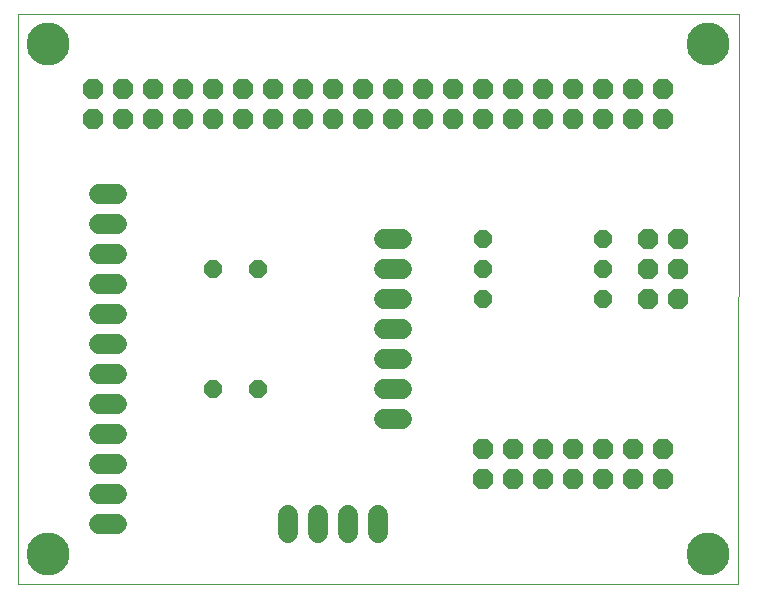
<source format=gbs>
G75*
%MOIN*%
%OFA0B0*%
%FSLAX25Y25*%
%IPPOS*%
%LPD*%
%AMOC8*
5,1,8,0,0,1.08239X$1,22.5*
%
%ADD10C,0.00000*%
%ADD11C,0.14300*%
%ADD12OC8,0.06800*%
%ADD13C,0.06800*%
%ADD14OC8,0.06000*%
D10*
X0001000Y0001000D02*
X0001000Y0190961D01*
X0241472Y0190961D01*
X0241000Y0001000D01*
X0001000Y0001000D01*
X0004250Y0011000D02*
X0004252Y0011166D01*
X0004258Y0011331D01*
X0004268Y0011497D01*
X0004283Y0011662D01*
X0004301Y0011826D01*
X0004323Y0011990D01*
X0004349Y0012154D01*
X0004380Y0012317D01*
X0004414Y0012479D01*
X0004452Y0012640D01*
X0004495Y0012800D01*
X0004541Y0012959D01*
X0004591Y0013117D01*
X0004645Y0013274D01*
X0004702Y0013429D01*
X0004764Y0013583D01*
X0004829Y0013735D01*
X0004898Y0013886D01*
X0004971Y0014035D01*
X0005047Y0014182D01*
X0005127Y0014327D01*
X0005210Y0014470D01*
X0005297Y0014611D01*
X0005388Y0014750D01*
X0005481Y0014887D01*
X0005578Y0015021D01*
X0005679Y0015153D01*
X0005782Y0015282D01*
X0005889Y0015409D01*
X0005999Y0015533D01*
X0006111Y0015654D01*
X0006227Y0015773D01*
X0006346Y0015889D01*
X0006467Y0016001D01*
X0006591Y0016111D01*
X0006718Y0016218D01*
X0006847Y0016321D01*
X0006979Y0016422D01*
X0007113Y0016519D01*
X0007250Y0016612D01*
X0007389Y0016703D01*
X0007530Y0016790D01*
X0007673Y0016873D01*
X0007818Y0016953D01*
X0007965Y0017029D01*
X0008114Y0017102D01*
X0008265Y0017171D01*
X0008417Y0017236D01*
X0008571Y0017298D01*
X0008726Y0017355D01*
X0008883Y0017409D01*
X0009041Y0017459D01*
X0009200Y0017505D01*
X0009360Y0017548D01*
X0009521Y0017586D01*
X0009683Y0017620D01*
X0009846Y0017651D01*
X0010010Y0017677D01*
X0010174Y0017699D01*
X0010338Y0017717D01*
X0010503Y0017732D01*
X0010669Y0017742D01*
X0010834Y0017748D01*
X0011000Y0017750D01*
X0011166Y0017748D01*
X0011331Y0017742D01*
X0011497Y0017732D01*
X0011662Y0017717D01*
X0011826Y0017699D01*
X0011990Y0017677D01*
X0012154Y0017651D01*
X0012317Y0017620D01*
X0012479Y0017586D01*
X0012640Y0017548D01*
X0012800Y0017505D01*
X0012959Y0017459D01*
X0013117Y0017409D01*
X0013274Y0017355D01*
X0013429Y0017298D01*
X0013583Y0017236D01*
X0013735Y0017171D01*
X0013886Y0017102D01*
X0014035Y0017029D01*
X0014182Y0016953D01*
X0014327Y0016873D01*
X0014470Y0016790D01*
X0014611Y0016703D01*
X0014750Y0016612D01*
X0014887Y0016519D01*
X0015021Y0016422D01*
X0015153Y0016321D01*
X0015282Y0016218D01*
X0015409Y0016111D01*
X0015533Y0016001D01*
X0015654Y0015889D01*
X0015773Y0015773D01*
X0015889Y0015654D01*
X0016001Y0015533D01*
X0016111Y0015409D01*
X0016218Y0015282D01*
X0016321Y0015153D01*
X0016422Y0015021D01*
X0016519Y0014887D01*
X0016612Y0014750D01*
X0016703Y0014611D01*
X0016790Y0014470D01*
X0016873Y0014327D01*
X0016953Y0014182D01*
X0017029Y0014035D01*
X0017102Y0013886D01*
X0017171Y0013735D01*
X0017236Y0013583D01*
X0017298Y0013429D01*
X0017355Y0013274D01*
X0017409Y0013117D01*
X0017459Y0012959D01*
X0017505Y0012800D01*
X0017548Y0012640D01*
X0017586Y0012479D01*
X0017620Y0012317D01*
X0017651Y0012154D01*
X0017677Y0011990D01*
X0017699Y0011826D01*
X0017717Y0011662D01*
X0017732Y0011497D01*
X0017742Y0011331D01*
X0017748Y0011166D01*
X0017750Y0011000D01*
X0017748Y0010834D01*
X0017742Y0010669D01*
X0017732Y0010503D01*
X0017717Y0010338D01*
X0017699Y0010174D01*
X0017677Y0010010D01*
X0017651Y0009846D01*
X0017620Y0009683D01*
X0017586Y0009521D01*
X0017548Y0009360D01*
X0017505Y0009200D01*
X0017459Y0009041D01*
X0017409Y0008883D01*
X0017355Y0008726D01*
X0017298Y0008571D01*
X0017236Y0008417D01*
X0017171Y0008265D01*
X0017102Y0008114D01*
X0017029Y0007965D01*
X0016953Y0007818D01*
X0016873Y0007673D01*
X0016790Y0007530D01*
X0016703Y0007389D01*
X0016612Y0007250D01*
X0016519Y0007113D01*
X0016422Y0006979D01*
X0016321Y0006847D01*
X0016218Y0006718D01*
X0016111Y0006591D01*
X0016001Y0006467D01*
X0015889Y0006346D01*
X0015773Y0006227D01*
X0015654Y0006111D01*
X0015533Y0005999D01*
X0015409Y0005889D01*
X0015282Y0005782D01*
X0015153Y0005679D01*
X0015021Y0005578D01*
X0014887Y0005481D01*
X0014750Y0005388D01*
X0014611Y0005297D01*
X0014470Y0005210D01*
X0014327Y0005127D01*
X0014182Y0005047D01*
X0014035Y0004971D01*
X0013886Y0004898D01*
X0013735Y0004829D01*
X0013583Y0004764D01*
X0013429Y0004702D01*
X0013274Y0004645D01*
X0013117Y0004591D01*
X0012959Y0004541D01*
X0012800Y0004495D01*
X0012640Y0004452D01*
X0012479Y0004414D01*
X0012317Y0004380D01*
X0012154Y0004349D01*
X0011990Y0004323D01*
X0011826Y0004301D01*
X0011662Y0004283D01*
X0011497Y0004268D01*
X0011331Y0004258D01*
X0011166Y0004252D01*
X0011000Y0004250D01*
X0010834Y0004252D01*
X0010669Y0004258D01*
X0010503Y0004268D01*
X0010338Y0004283D01*
X0010174Y0004301D01*
X0010010Y0004323D01*
X0009846Y0004349D01*
X0009683Y0004380D01*
X0009521Y0004414D01*
X0009360Y0004452D01*
X0009200Y0004495D01*
X0009041Y0004541D01*
X0008883Y0004591D01*
X0008726Y0004645D01*
X0008571Y0004702D01*
X0008417Y0004764D01*
X0008265Y0004829D01*
X0008114Y0004898D01*
X0007965Y0004971D01*
X0007818Y0005047D01*
X0007673Y0005127D01*
X0007530Y0005210D01*
X0007389Y0005297D01*
X0007250Y0005388D01*
X0007113Y0005481D01*
X0006979Y0005578D01*
X0006847Y0005679D01*
X0006718Y0005782D01*
X0006591Y0005889D01*
X0006467Y0005999D01*
X0006346Y0006111D01*
X0006227Y0006227D01*
X0006111Y0006346D01*
X0005999Y0006467D01*
X0005889Y0006591D01*
X0005782Y0006718D01*
X0005679Y0006847D01*
X0005578Y0006979D01*
X0005481Y0007113D01*
X0005388Y0007250D01*
X0005297Y0007389D01*
X0005210Y0007530D01*
X0005127Y0007673D01*
X0005047Y0007818D01*
X0004971Y0007965D01*
X0004898Y0008114D01*
X0004829Y0008265D01*
X0004764Y0008417D01*
X0004702Y0008571D01*
X0004645Y0008726D01*
X0004591Y0008883D01*
X0004541Y0009041D01*
X0004495Y0009200D01*
X0004452Y0009360D01*
X0004414Y0009521D01*
X0004380Y0009683D01*
X0004349Y0009846D01*
X0004323Y0010010D01*
X0004301Y0010174D01*
X0004283Y0010338D01*
X0004268Y0010503D01*
X0004258Y0010669D01*
X0004252Y0010834D01*
X0004250Y0011000D01*
X0004250Y0181000D02*
X0004252Y0181166D01*
X0004258Y0181331D01*
X0004268Y0181497D01*
X0004283Y0181662D01*
X0004301Y0181826D01*
X0004323Y0181990D01*
X0004349Y0182154D01*
X0004380Y0182317D01*
X0004414Y0182479D01*
X0004452Y0182640D01*
X0004495Y0182800D01*
X0004541Y0182959D01*
X0004591Y0183117D01*
X0004645Y0183274D01*
X0004702Y0183429D01*
X0004764Y0183583D01*
X0004829Y0183735D01*
X0004898Y0183886D01*
X0004971Y0184035D01*
X0005047Y0184182D01*
X0005127Y0184327D01*
X0005210Y0184470D01*
X0005297Y0184611D01*
X0005388Y0184750D01*
X0005481Y0184887D01*
X0005578Y0185021D01*
X0005679Y0185153D01*
X0005782Y0185282D01*
X0005889Y0185409D01*
X0005999Y0185533D01*
X0006111Y0185654D01*
X0006227Y0185773D01*
X0006346Y0185889D01*
X0006467Y0186001D01*
X0006591Y0186111D01*
X0006718Y0186218D01*
X0006847Y0186321D01*
X0006979Y0186422D01*
X0007113Y0186519D01*
X0007250Y0186612D01*
X0007389Y0186703D01*
X0007530Y0186790D01*
X0007673Y0186873D01*
X0007818Y0186953D01*
X0007965Y0187029D01*
X0008114Y0187102D01*
X0008265Y0187171D01*
X0008417Y0187236D01*
X0008571Y0187298D01*
X0008726Y0187355D01*
X0008883Y0187409D01*
X0009041Y0187459D01*
X0009200Y0187505D01*
X0009360Y0187548D01*
X0009521Y0187586D01*
X0009683Y0187620D01*
X0009846Y0187651D01*
X0010010Y0187677D01*
X0010174Y0187699D01*
X0010338Y0187717D01*
X0010503Y0187732D01*
X0010669Y0187742D01*
X0010834Y0187748D01*
X0011000Y0187750D01*
X0011166Y0187748D01*
X0011331Y0187742D01*
X0011497Y0187732D01*
X0011662Y0187717D01*
X0011826Y0187699D01*
X0011990Y0187677D01*
X0012154Y0187651D01*
X0012317Y0187620D01*
X0012479Y0187586D01*
X0012640Y0187548D01*
X0012800Y0187505D01*
X0012959Y0187459D01*
X0013117Y0187409D01*
X0013274Y0187355D01*
X0013429Y0187298D01*
X0013583Y0187236D01*
X0013735Y0187171D01*
X0013886Y0187102D01*
X0014035Y0187029D01*
X0014182Y0186953D01*
X0014327Y0186873D01*
X0014470Y0186790D01*
X0014611Y0186703D01*
X0014750Y0186612D01*
X0014887Y0186519D01*
X0015021Y0186422D01*
X0015153Y0186321D01*
X0015282Y0186218D01*
X0015409Y0186111D01*
X0015533Y0186001D01*
X0015654Y0185889D01*
X0015773Y0185773D01*
X0015889Y0185654D01*
X0016001Y0185533D01*
X0016111Y0185409D01*
X0016218Y0185282D01*
X0016321Y0185153D01*
X0016422Y0185021D01*
X0016519Y0184887D01*
X0016612Y0184750D01*
X0016703Y0184611D01*
X0016790Y0184470D01*
X0016873Y0184327D01*
X0016953Y0184182D01*
X0017029Y0184035D01*
X0017102Y0183886D01*
X0017171Y0183735D01*
X0017236Y0183583D01*
X0017298Y0183429D01*
X0017355Y0183274D01*
X0017409Y0183117D01*
X0017459Y0182959D01*
X0017505Y0182800D01*
X0017548Y0182640D01*
X0017586Y0182479D01*
X0017620Y0182317D01*
X0017651Y0182154D01*
X0017677Y0181990D01*
X0017699Y0181826D01*
X0017717Y0181662D01*
X0017732Y0181497D01*
X0017742Y0181331D01*
X0017748Y0181166D01*
X0017750Y0181000D01*
X0017748Y0180834D01*
X0017742Y0180669D01*
X0017732Y0180503D01*
X0017717Y0180338D01*
X0017699Y0180174D01*
X0017677Y0180010D01*
X0017651Y0179846D01*
X0017620Y0179683D01*
X0017586Y0179521D01*
X0017548Y0179360D01*
X0017505Y0179200D01*
X0017459Y0179041D01*
X0017409Y0178883D01*
X0017355Y0178726D01*
X0017298Y0178571D01*
X0017236Y0178417D01*
X0017171Y0178265D01*
X0017102Y0178114D01*
X0017029Y0177965D01*
X0016953Y0177818D01*
X0016873Y0177673D01*
X0016790Y0177530D01*
X0016703Y0177389D01*
X0016612Y0177250D01*
X0016519Y0177113D01*
X0016422Y0176979D01*
X0016321Y0176847D01*
X0016218Y0176718D01*
X0016111Y0176591D01*
X0016001Y0176467D01*
X0015889Y0176346D01*
X0015773Y0176227D01*
X0015654Y0176111D01*
X0015533Y0175999D01*
X0015409Y0175889D01*
X0015282Y0175782D01*
X0015153Y0175679D01*
X0015021Y0175578D01*
X0014887Y0175481D01*
X0014750Y0175388D01*
X0014611Y0175297D01*
X0014470Y0175210D01*
X0014327Y0175127D01*
X0014182Y0175047D01*
X0014035Y0174971D01*
X0013886Y0174898D01*
X0013735Y0174829D01*
X0013583Y0174764D01*
X0013429Y0174702D01*
X0013274Y0174645D01*
X0013117Y0174591D01*
X0012959Y0174541D01*
X0012800Y0174495D01*
X0012640Y0174452D01*
X0012479Y0174414D01*
X0012317Y0174380D01*
X0012154Y0174349D01*
X0011990Y0174323D01*
X0011826Y0174301D01*
X0011662Y0174283D01*
X0011497Y0174268D01*
X0011331Y0174258D01*
X0011166Y0174252D01*
X0011000Y0174250D01*
X0010834Y0174252D01*
X0010669Y0174258D01*
X0010503Y0174268D01*
X0010338Y0174283D01*
X0010174Y0174301D01*
X0010010Y0174323D01*
X0009846Y0174349D01*
X0009683Y0174380D01*
X0009521Y0174414D01*
X0009360Y0174452D01*
X0009200Y0174495D01*
X0009041Y0174541D01*
X0008883Y0174591D01*
X0008726Y0174645D01*
X0008571Y0174702D01*
X0008417Y0174764D01*
X0008265Y0174829D01*
X0008114Y0174898D01*
X0007965Y0174971D01*
X0007818Y0175047D01*
X0007673Y0175127D01*
X0007530Y0175210D01*
X0007389Y0175297D01*
X0007250Y0175388D01*
X0007113Y0175481D01*
X0006979Y0175578D01*
X0006847Y0175679D01*
X0006718Y0175782D01*
X0006591Y0175889D01*
X0006467Y0175999D01*
X0006346Y0176111D01*
X0006227Y0176227D01*
X0006111Y0176346D01*
X0005999Y0176467D01*
X0005889Y0176591D01*
X0005782Y0176718D01*
X0005679Y0176847D01*
X0005578Y0176979D01*
X0005481Y0177113D01*
X0005388Y0177250D01*
X0005297Y0177389D01*
X0005210Y0177530D01*
X0005127Y0177673D01*
X0005047Y0177818D01*
X0004971Y0177965D01*
X0004898Y0178114D01*
X0004829Y0178265D01*
X0004764Y0178417D01*
X0004702Y0178571D01*
X0004645Y0178726D01*
X0004591Y0178883D01*
X0004541Y0179041D01*
X0004495Y0179200D01*
X0004452Y0179360D01*
X0004414Y0179521D01*
X0004380Y0179683D01*
X0004349Y0179846D01*
X0004323Y0180010D01*
X0004301Y0180174D01*
X0004283Y0180338D01*
X0004268Y0180503D01*
X0004258Y0180669D01*
X0004252Y0180834D01*
X0004250Y0181000D01*
X0224250Y0181000D02*
X0224252Y0181166D01*
X0224258Y0181331D01*
X0224268Y0181497D01*
X0224283Y0181662D01*
X0224301Y0181826D01*
X0224323Y0181990D01*
X0224349Y0182154D01*
X0224380Y0182317D01*
X0224414Y0182479D01*
X0224452Y0182640D01*
X0224495Y0182800D01*
X0224541Y0182959D01*
X0224591Y0183117D01*
X0224645Y0183274D01*
X0224702Y0183429D01*
X0224764Y0183583D01*
X0224829Y0183735D01*
X0224898Y0183886D01*
X0224971Y0184035D01*
X0225047Y0184182D01*
X0225127Y0184327D01*
X0225210Y0184470D01*
X0225297Y0184611D01*
X0225388Y0184750D01*
X0225481Y0184887D01*
X0225578Y0185021D01*
X0225679Y0185153D01*
X0225782Y0185282D01*
X0225889Y0185409D01*
X0225999Y0185533D01*
X0226111Y0185654D01*
X0226227Y0185773D01*
X0226346Y0185889D01*
X0226467Y0186001D01*
X0226591Y0186111D01*
X0226718Y0186218D01*
X0226847Y0186321D01*
X0226979Y0186422D01*
X0227113Y0186519D01*
X0227250Y0186612D01*
X0227389Y0186703D01*
X0227530Y0186790D01*
X0227673Y0186873D01*
X0227818Y0186953D01*
X0227965Y0187029D01*
X0228114Y0187102D01*
X0228265Y0187171D01*
X0228417Y0187236D01*
X0228571Y0187298D01*
X0228726Y0187355D01*
X0228883Y0187409D01*
X0229041Y0187459D01*
X0229200Y0187505D01*
X0229360Y0187548D01*
X0229521Y0187586D01*
X0229683Y0187620D01*
X0229846Y0187651D01*
X0230010Y0187677D01*
X0230174Y0187699D01*
X0230338Y0187717D01*
X0230503Y0187732D01*
X0230669Y0187742D01*
X0230834Y0187748D01*
X0231000Y0187750D01*
X0231166Y0187748D01*
X0231331Y0187742D01*
X0231497Y0187732D01*
X0231662Y0187717D01*
X0231826Y0187699D01*
X0231990Y0187677D01*
X0232154Y0187651D01*
X0232317Y0187620D01*
X0232479Y0187586D01*
X0232640Y0187548D01*
X0232800Y0187505D01*
X0232959Y0187459D01*
X0233117Y0187409D01*
X0233274Y0187355D01*
X0233429Y0187298D01*
X0233583Y0187236D01*
X0233735Y0187171D01*
X0233886Y0187102D01*
X0234035Y0187029D01*
X0234182Y0186953D01*
X0234327Y0186873D01*
X0234470Y0186790D01*
X0234611Y0186703D01*
X0234750Y0186612D01*
X0234887Y0186519D01*
X0235021Y0186422D01*
X0235153Y0186321D01*
X0235282Y0186218D01*
X0235409Y0186111D01*
X0235533Y0186001D01*
X0235654Y0185889D01*
X0235773Y0185773D01*
X0235889Y0185654D01*
X0236001Y0185533D01*
X0236111Y0185409D01*
X0236218Y0185282D01*
X0236321Y0185153D01*
X0236422Y0185021D01*
X0236519Y0184887D01*
X0236612Y0184750D01*
X0236703Y0184611D01*
X0236790Y0184470D01*
X0236873Y0184327D01*
X0236953Y0184182D01*
X0237029Y0184035D01*
X0237102Y0183886D01*
X0237171Y0183735D01*
X0237236Y0183583D01*
X0237298Y0183429D01*
X0237355Y0183274D01*
X0237409Y0183117D01*
X0237459Y0182959D01*
X0237505Y0182800D01*
X0237548Y0182640D01*
X0237586Y0182479D01*
X0237620Y0182317D01*
X0237651Y0182154D01*
X0237677Y0181990D01*
X0237699Y0181826D01*
X0237717Y0181662D01*
X0237732Y0181497D01*
X0237742Y0181331D01*
X0237748Y0181166D01*
X0237750Y0181000D01*
X0237748Y0180834D01*
X0237742Y0180669D01*
X0237732Y0180503D01*
X0237717Y0180338D01*
X0237699Y0180174D01*
X0237677Y0180010D01*
X0237651Y0179846D01*
X0237620Y0179683D01*
X0237586Y0179521D01*
X0237548Y0179360D01*
X0237505Y0179200D01*
X0237459Y0179041D01*
X0237409Y0178883D01*
X0237355Y0178726D01*
X0237298Y0178571D01*
X0237236Y0178417D01*
X0237171Y0178265D01*
X0237102Y0178114D01*
X0237029Y0177965D01*
X0236953Y0177818D01*
X0236873Y0177673D01*
X0236790Y0177530D01*
X0236703Y0177389D01*
X0236612Y0177250D01*
X0236519Y0177113D01*
X0236422Y0176979D01*
X0236321Y0176847D01*
X0236218Y0176718D01*
X0236111Y0176591D01*
X0236001Y0176467D01*
X0235889Y0176346D01*
X0235773Y0176227D01*
X0235654Y0176111D01*
X0235533Y0175999D01*
X0235409Y0175889D01*
X0235282Y0175782D01*
X0235153Y0175679D01*
X0235021Y0175578D01*
X0234887Y0175481D01*
X0234750Y0175388D01*
X0234611Y0175297D01*
X0234470Y0175210D01*
X0234327Y0175127D01*
X0234182Y0175047D01*
X0234035Y0174971D01*
X0233886Y0174898D01*
X0233735Y0174829D01*
X0233583Y0174764D01*
X0233429Y0174702D01*
X0233274Y0174645D01*
X0233117Y0174591D01*
X0232959Y0174541D01*
X0232800Y0174495D01*
X0232640Y0174452D01*
X0232479Y0174414D01*
X0232317Y0174380D01*
X0232154Y0174349D01*
X0231990Y0174323D01*
X0231826Y0174301D01*
X0231662Y0174283D01*
X0231497Y0174268D01*
X0231331Y0174258D01*
X0231166Y0174252D01*
X0231000Y0174250D01*
X0230834Y0174252D01*
X0230669Y0174258D01*
X0230503Y0174268D01*
X0230338Y0174283D01*
X0230174Y0174301D01*
X0230010Y0174323D01*
X0229846Y0174349D01*
X0229683Y0174380D01*
X0229521Y0174414D01*
X0229360Y0174452D01*
X0229200Y0174495D01*
X0229041Y0174541D01*
X0228883Y0174591D01*
X0228726Y0174645D01*
X0228571Y0174702D01*
X0228417Y0174764D01*
X0228265Y0174829D01*
X0228114Y0174898D01*
X0227965Y0174971D01*
X0227818Y0175047D01*
X0227673Y0175127D01*
X0227530Y0175210D01*
X0227389Y0175297D01*
X0227250Y0175388D01*
X0227113Y0175481D01*
X0226979Y0175578D01*
X0226847Y0175679D01*
X0226718Y0175782D01*
X0226591Y0175889D01*
X0226467Y0175999D01*
X0226346Y0176111D01*
X0226227Y0176227D01*
X0226111Y0176346D01*
X0225999Y0176467D01*
X0225889Y0176591D01*
X0225782Y0176718D01*
X0225679Y0176847D01*
X0225578Y0176979D01*
X0225481Y0177113D01*
X0225388Y0177250D01*
X0225297Y0177389D01*
X0225210Y0177530D01*
X0225127Y0177673D01*
X0225047Y0177818D01*
X0224971Y0177965D01*
X0224898Y0178114D01*
X0224829Y0178265D01*
X0224764Y0178417D01*
X0224702Y0178571D01*
X0224645Y0178726D01*
X0224591Y0178883D01*
X0224541Y0179041D01*
X0224495Y0179200D01*
X0224452Y0179360D01*
X0224414Y0179521D01*
X0224380Y0179683D01*
X0224349Y0179846D01*
X0224323Y0180010D01*
X0224301Y0180174D01*
X0224283Y0180338D01*
X0224268Y0180503D01*
X0224258Y0180669D01*
X0224252Y0180834D01*
X0224250Y0181000D01*
X0224250Y0011000D02*
X0224252Y0011166D01*
X0224258Y0011331D01*
X0224268Y0011497D01*
X0224283Y0011662D01*
X0224301Y0011826D01*
X0224323Y0011990D01*
X0224349Y0012154D01*
X0224380Y0012317D01*
X0224414Y0012479D01*
X0224452Y0012640D01*
X0224495Y0012800D01*
X0224541Y0012959D01*
X0224591Y0013117D01*
X0224645Y0013274D01*
X0224702Y0013429D01*
X0224764Y0013583D01*
X0224829Y0013735D01*
X0224898Y0013886D01*
X0224971Y0014035D01*
X0225047Y0014182D01*
X0225127Y0014327D01*
X0225210Y0014470D01*
X0225297Y0014611D01*
X0225388Y0014750D01*
X0225481Y0014887D01*
X0225578Y0015021D01*
X0225679Y0015153D01*
X0225782Y0015282D01*
X0225889Y0015409D01*
X0225999Y0015533D01*
X0226111Y0015654D01*
X0226227Y0015773D01*
X0226346Y0015889D01*
X0226467Y0016001D01*
X0226591Y0016111D01*
X0226718Y0016218D01*
X0226847Y0016321D01*
X0226979Y0016422D01*
X0227113Y0016519D01*
X0227250Y0016612D01*
X0227389Y0016703D01*
X0227530Y0016790D01*
X0227673Y0016873D01*
X0227818Y0016953D01*
X0227965Y0017029D01*
X0228114Y0017102D01*
X0228265Y0017171D01*
X0228417Y0017236D01*
X0228571Y0017298D01*
X0228726Y0017355D01*
X0228883Y0017409D01*
X0229041Y0017459D01*
X0229200Y0017505D01*
X0229360Y0017548D01*
X0229521Y0017586D01*
X0229683Y0017620D01*
X0229846Y0017651D01*
X0230010Y0017677D01*
X0230174Y0017699D01*
X0230338Y0017717D01*
X0230503Y0017732D01*
X0230669Y0017742D01*
X0230834Y0017748D01*
X0231000Y0017750D01*
X0231166Y0017748D01*
X0231331Y0017742D01*
X0231497Y0017732D01*
X0231662Y0017717D01*
X0231826Y0017699D01*
X0231990Y0017677D01*
X0232154Y0017651D01*
X0232317Y0017620D01*
X0232479Y0017586D01*
X0232640Y0017548D01*
X0232800Y0017505D01*
X0232959Y0017459D01*
X0233117Y0017409D01*
X0233274Y0017355D01*
X0233429Y0017298D01*
X0233583Y0017236D01*
X0233735Y0017171D01*
X0233886Y0017102D01*
X0234035Y0017029D01*
X0234182Y0016953D01*
X0234327Y0016873D01*
X0234470Y0016790D01*
X0234611Y0016703D01*
X0234750Y0016612D01*
X0234887Y0016519D01*
X0235021Y0016422D01*
X0235153Y0016321D01*
X0235282Y0016218D01*
X0235409Y0016111D01*
X0235533Y0016001D01*
X0235654Y0015889D01*
X0235773Y0015773D01*
X0235889Y0015654D01*
X0236001Y0015533D01*
X0236111Y0015409D01*
X0236218Y0015282D01*
X0236321Y0015153D01*
X0236422Y0015021D01*
X0236519Y0014887D01*
X0236612Y0014750D01*
X0236703Y0014611D01*
X0236790Y0014470D01*
X0236873Y0014327D01*
X0236953Y0014182D01*
X0237029Y0014035D01*
X0237102Y0013886D01*
X0237171Y0013735D01*
X0237236Y0013583D01*
X0237298Y0013429D01*
X0237355Y0013274D01*
X0237409Y0013117D01*
X0237459Y0012959D01*
X0237505Y0012800D01*
X0237548Y0012640D01*
X0237586Y0012479D01*
X0237620Y0012317D01*
X0237651Y0012154D01*
X0237677Y0011990D01*
X0237699Y0011826D01*
X0237717Y0011662D01*
X0237732Y0011497D01*
X0237742Y0011331D01*
X0237748Y0011166D01*
X0237750Y0011000D01*
X0237748Y0010834D01*
X0237742Y0010669D01*
X0237732Y0010503D01*
X0237717Y0010338D01*
X0237699Y0010174D01*
X0237677Y0010010D01*
X0237651Y0009846D01*
X0237620Y0009683D01*
X0237586Y0009521D01*
X0237548Y0009360D01*
X0237505Y0009200D01*
X0237459Y0009041D01*
X0237409Y0008883D01*
X0237355Y0008726D01*
X0237298Y0008571D01*
X0237236Y0008417D01*
X0237171Y0008265D01*
X0237102Y0008114D01*
X0237029Y0007965D01*
X0236953Y0007818D01*
X0236873Y0007673D01*
X0236790Y0007530D01*
X0236703Y0007389D01*
X0236612Y0007250D01*
X0236519Y0007113D01*
X0236422Y0006979D01*
X0236321Y0006847D01*
X0236218Y0006718D01*
X0236111Y0006591D01*
X0236001Y0006467D01*
X0235889Y0006346D01*
X0235773Y0006227D01*
X0235654Y0006111D01*
X0235533Y0005999D01*
X0235409Y0005889D01*
X0235282Y0005782D01*
X0235153Y0005679D01*
X0235021Y0005578D01*
X0234887Y0005481D01*
X0234750Y0005388D01*
X0234611Y0005297D01*
X0234470Y0005210D01*
X0234327Y0005127D01*
X0234182Y0005047D01*
X0234035Y0004971D01*
X0233886Y0004898D01*
X0233735Y0004829D01*
X0233583Y0004764D01*
X0233429Y0004702D01*
X0233274Y0004645D01*
X0233117Y0004591D01*
X0232959Y0004541D01*
X0232800Y0004495D01*
X0232640Y0004452D01*
X0232479Y0004414D01*
X0232317Y0004380D01*
X0232154Y0004349D01*
X0231990Y0004323D01*
X0231826Y0004301D01*
X0231662Y0004283D01*
X0231497Y0004268D01*
X0231331Y0004258D01*
X0231166Y0004252D01*
X0231000Y0004250D01*
X0230834Y0004252D01*
X0230669Y0004258D01*
X0230503Y0004268D01*
X0230338Y0004283D01*
X0230174Y0004301D01*
X0230010Y0004323D01*
X0229846Y0004349D01*
X0229683Y0004380D01*
X0229521Y0004414D01*
X0229360Y0004452D01*
X0229200Y0004495D01*
X0229041Y0004541D01*
X0228883Y0004591D01*
X0228726Y0004645D01*
X0228571Y0004702D01*
X0228417Y0004764D01*
X0228265Y0004829D01*
X0228114Y0004898D01*
X0227965Y0004971D01*
X0227818Y0005047D01*
X0227673Y0005127D01*
X0227530Y0005210D01*
X0227389Y0005297D01*
X0227250Y0005388D01*
X0227113Y0005481D01*
X0226979Y0005578D01*
X0226847Y0005679D01*
X0226718Y0005782D01*
X0226591Y0005889D01*
X0226467Y0005999D01*
X0226346Y0006111D01*
X0226227Y0006227D01*
X0226111Y0006346D01*
X0225999Y0006467D01*
X0225889Y0006591D01*
X0225782Y0006718D01*
X0225679Y0006847D01*
X0225578Y0006979D01*
X0225481Y0007113D01*
X0225388Y0007250D01*
X0225297Y0007389D01*
X0225210Y0007530D01*
X0225127Y0007673D01*
X0225047Y0007818D01*
X0224971Y0007965D01*
X0224898Y0008114D01*
X0224829Y0008265D01*
X0224764Y0008417D01*
X0224702Y0008571D01*
X0224645Y0008726D01*
X0224591Y0008883D01*
X0224541Y0009041D01*
X0224495Y0009200D01*
X0224452Y0009360D01*
X0224414Y0009521D01*
X0224380Y0009683D01*
X0224349Y0009846D01*
X0224323Y0010010D01*
X0224301Y0010174D01*
X0224283Y0010338D01*
X0224268Y0010503D01*
X0224258Y0010669D01*
X0224252Y0010834D01*
X0224250Y0011000D01*
D11*
X0231000Y0011000D03*
X0231000Y0181000D03*
X0011000Y0181000D03*
X0011000Y0011000D03*
D12*
X0156000Y0036000D03*
X0166000Y0036000D03*
X0176000Y0036000D03*
X0186000Y0036000D03*
X0196000Y0036000D03*
X0206000Y0036000D03*
X0206000Y0046000D03*
X0196000Y0046000D03*
X0186000Y0046000D03*
X0176000Y0046000D03*
X0166000Y0046000D03*
X0156000Y0046000D03*
X0216000Y0046000D03*
X0216000Y0036000D03*
X0211000Y0096000D03*
X0221000Y0096000D03*
X0221000Y0106000D03*
X0211000Y0106000D03*
X0211000Y0116000D03*
X0221000Y0116000D03*
X0216000Y0156000D03*
X0216000Y0166000D03*
X0206000Y0166000D03*
X0196000Y0166000D03*
X0186000Y0166000D03*
X0176000Y0166000D03*
X0166000Y0166000D03*
X0156000Y0166000D03*
X0146000Y0166000D03*
X0136000Y0166000D03*
X0136000Y0156000D03*
X0146000Y0156000D03*
X0156000Y0156000D03*
X0166000Y0156000D03*
X0176000Y0156000D03*
X0186000Y0156000D03*
X0196000Y0156000D03*
X0206000Y0156000D03*
X0126000Y0156000D03*
X0116000Y0156000D03*
X0106000Y0156000D03*
X0096000Y0156000D03*
X0086000Y0156000D03*
X0076000Y0156000D03*
X0066000Y0156000D03*
X0056000Y0156000D03*
X0056000Y0166000D03*
X0066000Y0166000D03*
X0076000Y0166000D03*
X0086000Y0166000D03*
X0096000Y0166000D03*
X0106000Y0166000D03*
X0116000Y0166000D03*
X0126000Y0166000D03*
X0046000Y0166000D03*
X0036000Y0166000D03*
X0026000Y0166000D03*
X0026000Y0156000D03*
X0036000Y0156000D03*
X0046000Y0156000D03*
D13*
X0034000Y0131000D02*
X0028000Y0131000D01*
X0028000Y0121000D02*
X0034000Y0121000D01*
X0034000Y0111000D02*
X0028000Y0111000D01*
X0028000Y0101000D02*
X0034000Y0101000D01*
X0034000Y0091000D02*
X0028000Y0091000D01*
X0028000Y0081000D02*
X0034000Y0081000D01*
X0034000Y0071000D02*
X0028000Y0071000D01*
X0028000Y0061000D02*
X0034000Y0061000D01*
X0034000Y0051000D02*
X0028000Y0051000D01*
X0028000Y0041000D02*
X0034000Y0041000D01*
X0034000Y0031000D02*
X0028000Y0031000D01*
X0028000Y0021000D02*
X0034000Y0021000D01*
X0091000Y0018000D02*
X0091000Y0024000D01*
X0101000Y0024000D02*
X0101000Y0018000D01*
X0111000Y0018000D02*
X0111000Y0024000D01*
X0121000Y0024000D02*
X0121000Y0018000D01*
X0123000Y0056000D02*
X0129000Y0056000D01*
X0129000Y0066000D02*
X0123000Y0066000D01*
X0123000Y0076000D02*
X0129000Y0076000D01*
X0129000Y0086000D02*
X0123000Y0086000D01*
X0123000Y0096000D02*
X0129000Y0096000D01*
X0129000Y0106000D02*
X0123000Y0106000D01*
X0123000Y0116000D02*
X0129000Y0116000D01*
D14*
X0156000Y0116000D03*
X0156000Y0106000D03*
X0156000Y0096000D03*
X0196000Y0096000D03*
X0196000Y0106000D03*
X0196000Y0116000D03*
X0081000Y0106000D03*
X0066000Y0106000D03*
X0066000Y0066000D03*
X0081000Y0066000D03*
M02*

</source>
